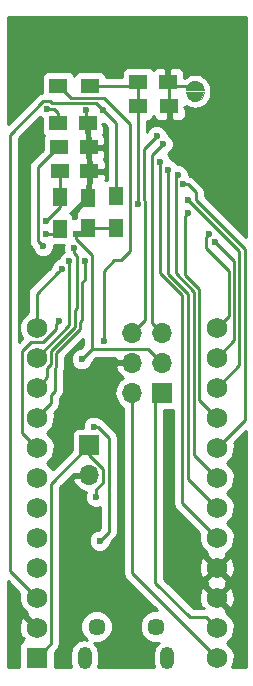
<source format=gbr>
G04 #@! TF.FileFunction,Copper,L2,Bot,Signal*
%FSLAX46Y46*%
G04 Gerber Fmt 4.6, Leading zero omitted, Abs format (unit mm)*
G04 Created by KiCad (PCBNEW 4.0.7) date 09/16/18 04:57:12*
%MOMM*%
%LPD*%
G01*
G04 APERTURE LIST*
%ADD10C,0.100000*%
%ADD11C,0.010000*%
%ADD12R,1.752600X1.752600*%
%ADD13C,1.752600*%
%ADD14R,1.500000X1.250000*%
%ADD15R,1.250000X1.500000*%
%ADD16C,0.400000*%
%ADD17R,1.300000X1.500000*%
%ADD18C,1.450000*%
%ADD19O,1.200000X1.900000*%
%ADD20R,1.700000X1.700000*%
%ADD21O,1.700000X1.700000*%
%ADD22R,1.500000X1.300000*%
%ADD23C,0.600000*%
%ADD24C,0.250000*%
%ADD25C,0.500000*%
%ADD26C,0.254000*%
G04 APERTURE END LIST*
D10*
D11*
G36*
X114251040Y-104288260D02*
X114296240Y-104544760D01*
X114426540Y-104770360D01*
X114626040Y-104937760D01*
X114870840Y-105026860D01*
X115131240Y-105026860D01*
X115376040Y-104937760D01*
X115575540Y-104770360D01*
X115705840Y-104544760D01*
X115751040Y-104288260D01*
X114251040Y-104288260D01*
X114251040Y-104288260D01*
G37*
X114251040Y-104288260D02*
X114296240Y-104544760D01*
X114426540Y-104770360D01*
X114626040Y-104937760D01*
X114870840Y-105026860D01*
X115131240Y-105026860D01*
X115376040Y-104937760D01*
X115575540Y-104770360D01*
X115705840Y-104544760D01*
X115751040Y-104288260D01*
X114251040Y-104288260D01*
G36*
X115751040Y-104088260D02*
X115705840Y-103831760D01*
X115575540Y-103606160D01*
X115376040Y-103438760D01*
X115131240Y-103349660D01*
X114870840Y-103349660D01*
X114626040Y-103438760D01*
X114426540Y-103606160D01*
X114296240Y-103831760D01*
X114251040Y-104088260D01*
X115751040Y-104088260D01*
X115751040Y-104088260D01*
G37*
X115751040Y-104088260D02*
X115705840Y-103831760D01*
X115575540Y-103606160D01*
X115376040Y-103438760D01*
X115131240Y-103349660D01*
X114870840Y-103349660D01*
X114626040Y-103438760D01*
X114426540Y-103606160D01*
X114296240Y-103831760D01*
X114251040Y-104088260D01*
X115751040Y-104088260D01*
D12*
X101600000Y-152146000D03*
D13*
X101600000Y-149606000D03*
X101600000Y-147066000D03*
X101600000Y-144526000D03*
X101600000Y-141986000D03*
X101600000Y-139446000D03*
X101600000Y-136906000D03*
X101600000Y-134366000D03*
X101600000Y-131826000D03*
X101600000Y-129286000D03*
X101600000Y-126746000D03*
X101600000Y-124206000D03*
X116840000Y-124206000D03*
X116840000Y-126746000D03*
X116840000Y-129286000D03*
X116840000Y-131826000D03*
X116840000Y-134366000D03*
X116840000Y-136906000D03*
X116840000Y-139446000D03*
X116840000Y-141986000D03*
X116840000Y-144526000D03*
X116840000Y-147066000D03*
X116840000Y-149606000D03*
X116840000Y-152146000D03*
D14*
X103494200Y-108930440D03*
X105994200Y-108930440D03*
X103547540Y-110964980D03*
X106047540Y-110964980D03*
D15*
X105976420Y-115740180D03*
X105976420Y-113240180D03*
D16*
X115001040Y-103738260D03*
X115001040Y-104638260D03*
X115001040Y-104638260D03*
X115001040Y-103738260D03*
D17*
X103538020Y-113140500D03*
X103538020Y-115840500D03*
X108325921Y-113080821D03*
X108325921Y-115780821D03*
D14*
X103428160Y-106870500D03*
X105928160Y-106870500D03*
D18*
X106669200Y-149508980D03*
X111669200Y-149508980D03*
D19*
X105669200Y-152208980D03*
X112669200Y-152208980D03*
D20*
X106072940Y-134167880D03*
D21*
X106072940Y-136707880D03*
D20*
X112229900Y-129715260D03*
D21*
X109689900Y-129715260D03*
X112229900Y-127175260D03*
X109689900Y-127175260D03*
X112229900Y-124635260D03*
X109689900Y-124635260D03*
D14*
X110199800Y-103388160D03*
X112699800Y-103388160D03*
D22*
X103430080Y-103756460D03*
X106130080Y-103756460D03*
X110144580Y-105417620D03*
X112844580Y-105417620D03*
D23*
X109982000Y-147955000D03*
X105410000Y-147955000D03*
X104815640Y-114808000D03*
X105775760Y-105806484D03*
X101036120Y-120291860D03*
X103124000Y-100076000D03*
X102362000Y-100076000D03*
X109474000Y-100076000D03*
X116078000Y-100076000D03*
X116078000Y-98806000D03*
X109474000Y-98806000D03*
X103124000Y-98806000D03*
X102362000Y-98806000D03*
X102351840Y-115133120D03*
X102144164Y-117310340D03*
X105410000Y-126873000D03*
X104889300Y-116235480D03*
X111757460Y-108003340D03*
X107246420Y-105791000D03*
X112274185Y-108658339D03*
X102402640Y-116265960D03*
X105671708Y-118579336D03*
X103740379Y-119196281D03*
X103525320Y-123639580D03*
X104365728Y-118588588D03*
X104800436Y-117495334D03*
X116682210Y-116926346D03*
X116220410Y-116273078D03*
X112024560Y-110153001D03*
X112760760Y-110881160D03*
X113570969Y-111272954D03*
X113988612Y-112063856D03*
X114438623Y-114513360D03*
X114438623Y-113392642D03*
X102486460Y-105666540D03*
X106426000Y-132588000D03*
X106934000Y-142240000D03*
X106608989Y-138504447D03*
X107294680Y-125310900D03*
X110149810Y-113746280D03*
D24*
X105410000Y-147955000D02*
X109982000Y-147955000D01*
D25*
X104815640Y-114808000D02*
X104815640Y-114400960D01*
X104815640Y-114400960D02*
X105976420Y-113240180D01*
D24*
X105775760Y-105806484D02*
X105775760Y-106718100D01*
X105775760Y-106718100D02*
X105928160Y-106870500D01*
X115001040Y-103738260D02*
X113049900Y-103738260D01*
X113049900Y-103738260D02*
X112699800Y-103388160D01*
X112844580Y-105417620D02*
X112844580Y-103532940D01*
X112844580Y-103532940D02*
X112699800Y-103388160D01*
X109689900Y-126771300D02*
X109689900Y-127175260D01*
X105994200Y-108930440D02*
X105994200Y-106936540D01*
X105994200Y-106936540D02*
X105928160Y-106870500D01*
X106047540Y-110964980D02*
X106047540Y-108983780D01*
X106047540Y-108983780D02*
X105994200Y-108930440D01*
X105976420Y-113240180D02*
X105976420Y-111036100D01*
X105976420Y-111036100D02*
X106047540Y-110964980D01*
X102362000Y-100076000D02*
X103124000Y-100076000D01*
X116078000Y-100076000D02*
X109474000Y-100076000D01*
X109474000Y-98806000D02*
X116078000Y-98806000D01*
X102362000Y-98806000D02*
X103124000Y-98806000D01*
X103538020Y-113140500D02*
X103538020Y-110974500D01*
X103538020Y-110974500D02*
X103547540Y-110964980D01*
X103538020Y-113040500D02*
X103538020Y-113140500D01*
X103538020Y-113140500D02*
X103538020Y-113946940D01*
X103538020Y-113946940D02*
X102351840Y-115133120D01*
X103494200Y-108930440D02*
X103369200Y-108930440D01*
X101673660Y-116839836D02*
X101844165Y-117010341D01*
X101844165Y-117010341D02*
X102144164Y-117310340D01*
X103369200Y-108930440D02*
X101673660Y-110625980D01*
X101673660Y-110625980D02*
X101673660Y-116839836D01*
X106296709Y-124965708D02*
X106282741Y-124979676D01*
X106282741Y-124979676D02*
X106282741Y-126000259D01*
X106296709Y-118066605D02*
X106296709Y-124965708D01*
X104889300Y-116235480D02*
X104889300Y-116659196D01*
X104889300Y-116659196D02*
X106296709Y-118066605D01*
X112229900Y-127175260D02*
X111054899Y-126000259D01*
X111054899Y-126000259D02*
X106282741Y-126000259D01*
X106282741Y-126000259D02*
X105410000Y-126873000D01*
D25*
X104889300Y-116235480D02*
X105313564Y-116235480D01*
D24*
X105976420Y-115740180D02*
X108285280Y-115740180D01*
X108285280Y-115740180D02*
X108325921Y-115780821D01*
D25*
X104889300Y-116235480D02*
X105481120Y-116235480D01*
X105481120Y-116235480D02*
X105976420Y-115740180D01*
D24*
X110716060Y-109044740D02*
X111457461Y-108303339D01*
X110716060Y-113387526D02*
X110716060Y-109044740D01*
X110774812Y-123550348D02*
X110774812Y-113446278D01*
X109689900Y-124635260D02*
X110774812Y-123550348D01*
X111457461Y-108303339D02*
X111757460Y-108003340D01*
X110774812Y-113446278D02*
X110716060Y-113387526D01*
X106946421Y-105491001D02*
X107246420Y-105791000D01*
X106636892Y-105181472D02*
X106946421Y-105491001D01*
X102880676Y-105181472D02*
X106636892Y-105181472D01*
X102740742Y-105041538D02*
X102880676Y-105181472D01*
X102140738Y-105041538D02*
X102740742Y-105041538D01*
X99319080Y-107863196D02*
X102140738Y-105041538D01*
X99319080Y-144785080D02*
X99319080Y-107863196D01*
X101600000Y-147066000D02*
X99319080Y-144785080D01*
X108325921Y-106870501D02*
X107546419Y-106090999D01*
X108325921Y-113080821D02*
X108325921Y-106870501D01*
X107546419Y-106090999D02*
X107246420Y-105791000D01*
X101600000Y-147066000D02*
X101838340Y-147066000D01*
X112229900Y-124635260D02*
X111379901Y-123785261D01*
X111379901Y-109552623D02*
X111974186Y-108958338D01*
X111974186Y-108958338D02*
X112274185Y-108658339D01*
X111379901Y-123785261D02*
X111379901Y-109552623D01*
X102402640Y-116265960D02*
X103112560Y-116265960D01*
X103112560Y-116265960D02*
X103538020Y-115840500D01*
X101600000Y-131826000D02*
X101600000Y-131803140D01*
X101600000Y-131803140D02*
X102783640Y-130619500D01*
X103121460Y-129542466D02*
X103121460Y-127638877D01*
X102783640Y-130619500D02*
X102783640Y-129880286D01*
X102783640Y-129880286D02*
X103121460Y-129542466D01*
X103251312Y-126367508D02*
X105265749Y-124353072D01*
X103121460Y-127638877D02*
X103251312Y-127509025D01*
X103251312Y-127509025D02*
X103251312Y-126367508D01*
X105265749Y-124353072D02*
X105265749Y-123738109D01*
X105265749Y-123738109D02*
X105458701Y-123545159D01*
X105458701Y-123545159D02*
X105458701Y-120344759D01*
X105458701Y-120344759D02*
X105671708Y-120131752D01*
X105671708Y-120131752D02*
X105671708Y-119003600D01*
X105671708Y-119003600D02*
X105671708Y-118579336D01*
X101854000Y-131826000D02*
X101600000Y-131826000D01*
X103440380Y-119496280D02*
X103740379Y-119196281D01*
X101600000Y-124206000D02*
X101600000Y-121336660D01*
X101600000Y-121336660D02*
X103440380Y-119496280D01*
X116840000Y-149606000D02*
X115963701Y-148729701D01*
X115963701Y-148729701D02*
X114566701Y-148729701D01*
X114566701Y-148729701D02*
X111633000Y-145796000D01*
X111633000Y-145796000D02*
X111633000Y-130048000D01*
X111633000Y-130048000D02*
X111965740Y-129715260D01*
X111965740Y-129715260D02*
X112229900Y-129715260D01*
X109689900Y-129715260D02*
X109689900Y-144995900D01*
X109689900Y-144995900D02*
X116840000Y-152146000D01*
X101600000Y-134366000D02*
X100398699Y-133164699D01*
X100398699Y-133164699D02*
X100398699Y-126169375D01*
X102176625Y-125407301D02*
X103225321Y-124358605D01*
X103225321Y-123939579D02*
X103525320Y-123639580D01*
X100398699Y-126169375D02*
X101160773Y-125407301D01*
X101160773Y-125407301D02*
X102176625Y-125407301D01*
X103225321Y-124358605D02*
X103225321Y-123939579D01*
X101600000Y-126746000D02*
X104365728Y-123980272D01*
X104365728Y-123980272D02*
X104365728Y-119012852D01*
X104365728Y-119012852D02*
X104365728Y-118588588D01*
X101600000Y-129286000D02*
X102476299Y-128409701D01*
X104815738Y-122733831D02*
X105008691Y-122540878D01*
X105008691Y-122540878D02*
X105008691Y-118127853D01*
X104815738Y-124166672D02*
X104815738Y-122733831D01*
X102801301Y-127322625D02*
X102801301Y-126181109D01*
X102801301Y-126181109D02*
X104815738Y-124166672D01*
X102476299Y-128409701D02*
X102476299Y-127647627D01*
X105008691Y-118127853D02*
X104800436Y-117919598D01*
X104800436Y-117919598D02*
X104800436Y-117495334D01*
X102476299Y-127647627D02*
X102801301Y-127322625D01*
X116982209Y-117226345D02*
X116682210Y-116926346D01*
X116840000Y-126746000D02*
X118299207Y-125286793D01*
X118299207Y-118543343D02*
X116982209Y-117226345D01*
X118299207Y-125286793D02*
X118299207Y-118543343D01*
X115920411Y-117494417D02*
X115920411Y-116573077D01*
X117849196Y-123196804D02*
X117849196Y-119423202D01*
X117849196Y-119423202D02*
X115920411Y-117494417D01*
X116840000Y-124206000D02*
X117849196Y-123196804D01*
X115920411Y-116573077D02*
X116220410Y-116273078D01*
X112024560Y-119548040D02*
X112024560Y-110577265D01*
X112024560Y-110577265D02*
X112024560Y-110153001D01*
X116840000Y-141986000D02*
X113934240Y-139080240D01*
X113934240Y-139080240D02*
X113934240Y-121457720D01*
X113934240Y-121457720D02*
X112024560Y-119548040D01*
X112760760Y-111305424D02*
X112760760Y-110881160D01*
X112760760Y-119647829D02*
X112760760Y-111305424D01*
X114445211Y-121332280D02*
X112760760Y-119647829D01*
X114445211Y-137051211D02*
X114445211Y-121332280D01*
X116840000Y-139446000D02*
X114445211Y-137051211D01*
X116840000Y-136906000D02*
X114895222Y-134961222D01*
X113363602Y-111480321D02*
X113570969Y-111272954D01*
X114895222Y-121145880D02*
X113363602Y-119614261D01*
X113363602Y-119614261D02*
X113363602Y-111480321D01*
X114895222Y-134961222D02*
X114895222Y-121145880D01*
X116840000Y-134366000D02*
X119199229Y-132006771D01*
X119199229Y-117516838D02*
X115063624Y-113381233D01*
X119199229Y-132006771D02*
X119199229Y-117516838D01*
X115063624Y-112714604D02*
X114412876Y-112063856D01*
X114412876Y-112063856D02*
X113988612Y-112063856D01*
X115063624Y-113381233D02*
X115063624Y-112714604D01*
X114138624Y-114813359D02*
X114438623Y-114513360D01*
X115345233Y-130331233D02*
X115345233Y-120959480D01*
X114138624Y-119752871D02*
X114138624Y-114813359D01*
X116840000Y-131826000D02*
X115345233Y-130331233D01*
X115345233Y-120959480D02*
X114138624Y-119752871D01*
X116840000Y-129286000D02*
X118749218Y-127376782D01*
X118749218Y-117703237D02*
X114738622Y-113692641D01*
X118749218Y-127376782D02*
X118749218Y-117703237D01*
X114738622Y-113692641D02*
X114438623Y-113392642D01*
X103099200Y-105666540D02*
X102910724Y-105666540D01*
X103428160Y-106870500D02*
X103428160Y-105995500D01*
X102910724Y-105666540D02*
X102486460Y-105666540D01*
X103428160Y-105995500D02*
X103099200Y-105666540D01*
X107697952Y-133507890D02*
X106778062Y-132588000D01*
X106778062Y-132588000D02*
X106426000Y-132588000D01*
X106934000Y-142240000D02*
X107697952Y-141476048D01*
X107697952Y-141476048D02*
X107697952Y-133507890D01*
X106072940Y-134167880D02*
X106052120Y-134167880D01*
X106052120Y-134167880D02*
X102801301Y-137418699D01*
X102801301Y-137418699D02*
X102801301Y-150944699D01*
X102801301Y-150944699D02*
X102362000Y-151384000D01*
X102362000Y-151384000D02*
X101600000Y-152146000D01*
X106072940Y-134968878D02*
X107247941Y-136143879D01*
X106072940Y-134167880D02*
X106072940Y-134968878D01*
X107247941Y-136143879D02*
X107247941Y-137271881D01*
X107247941Y-137271881D02*
X106608989Y-137910833D01*
X106608989Y-137910833D02*
X106608989Y-138080183D01*
X106608989Y-138080183D02*
X106608989Y-138504447D01*
X104505081Y-104731461D02*
X107327341Y-104731461D01*
X108750100Y-118511320D02*
X108155740Y-118511320D01*
X107294680Y-119372380D02*
X107294680Y-124886636D01*
X103530080Y-103756460D02*
X104505081Y-104731461D01*
X107327341Y-104731461D02*
X109524800Y-106928920D01*
X108155740Y-118511320D02*
X107294680Y-119372380D01*
X103430080Y-103756460D02*
X103530080Y-103756460D01*
X109524800Y-117736620D02*
X108750100Y-118511320D01*
X107294680Y-124886636D02*
X107294680Y-125310900D01*
X109524800Y-106928920D02*
X109524800Y-117736620D01*
X110144580Y-113741050D02*
X110149810Y-113746280D01*
X110144580Y-105417620D02*
X110144580Y-113741050D01*
X110144580Y-105417620D02*
X110144580Y-103443380D01*
X110144580Y-103443380D02*
X110199800Y-103388160D01*
X106130080Y-103756460D02*
X109831500Y-103756460D01*
X109831500Y-103756460D02*
X110199800Y-103388160D01*
D26*
G36*
X113174240Y-139080240D02*
X113232092Y-139371079D01*
X113396839Y-139617641D01*
X115368367Y-141589169D01*
X115328963Y-141684065D01*
X115328438Y-142285297D01*
X115558035Y-142840964D01*
X115982800Y-143266471D01*
X116016592Y-143280503D01*
X115956604Y-143462999D01*
X116840000Y-144346395D01*
X117723396Y-143462999D01*
X117663553Y-143280944D01*
X117694964Y-143267965D01*
X118120471Y-142843200D01*
X118351037Y-142287935D01*
X118351562Y-141686703D01*
X118121965Y-141131036D01*
X117707302Y-140715649D01*
X118120471Y-140303200D01*
X118351037Y-139747935D01*
X118351562Y-139146703D01*
X118121965Y-138591036D01*
X117707302Y-138175649D01*
X118120471Y-137763200D01*
X118351037Y-137207935D01*
X118351562Y-136606703D01*
X118121965Y-136051036D01*
X117707302Y-135635649D01*
X118120471Y-135223200D01*
X118351037Y-134667935D01*
X118351562Y-134066703D01*
X118311370Y-133969432D01*
X119305000Y-132975802D01*
X119305000Y-152960000D01*
X118138409Y-152960000D01*
X118351037Y-152447935D01*
X118351562Y-151846703D01*
X118121965Y-151291036D01*
X117707302Y-150875649D01*
X118120471Y-150463200D01*
X118351037Y-149907935D01*
X118351562Y-149306703D01*
X118121965Y-148751036D01*
X117697200Y-148325529D01*
X117663408Y-148311497D01*
X117723396Y-148129001D01*
X116840000Y-147245605D01*
X116825858Y-147259748D01*
X116646253Y-147080143D01*
X116660395Y-147066000D01*
X117019605Y-147066000D01*
X117903001Y-147949396D01*
X118157027Y-147865896D01*
X118362882Y-147301003D01*
X118336891Y-146700332D01*
X118157027Y-146266104D01*
X117903001Y-146182604D01*
X117019605Y-147066000D01*
X116660395Y-147066000D01*
X115776999Y-146182604D01*
X115522973Y-146266104D01*
X115317118Y-146830997D01*
X115343109Y-147431668D01*
X115522973Y-147865896D01*
X115776997Y-147949395D01*
X115756691Y-147969701D01*
X114881503Y-147969701D01*
X112500803Y-145589001D01*
X115956604Y-145589001D01*
X116024646Y-145796000D01*
X115956604Y-146002999D01*
X116840000Y-146886395D01*
X117723396Y-146002999D01*
X117655354Y-145796000D01*
X117723396Y-145589001D01*
X116840000Y-144705605D01*
X115956604Y-145589001D01*
X112500803Y-145589001D01*
X112393000Y-145481198D01*
X112393000Y-144290997D01*
X115317118Y-144290997D01*
X115343109Y-144891668D01*
X115522973Y-145325896D01*
X115776999Y-145409396D01*
X116660395Y-144526000D01*
X117019605Y-144526000D01*
X117903001Y-145409396D01*
X118157027Y-145325896D01*
X118362882Y-144761003D01*
X118336891Y-144160332D01*
X118157027Y-143726104D01*
X117903001Y-143642604D01*
X117019605Y-144526000D01*
X116660395Y-144526000D01*
X115776999Y-143642604D01*
X115522973Y-143726104D01*
X115317118Y-144290997D01*
X112393000Y-144290997D01*
X112393000Y-131212700D01*
X113079900Y-131212700D01*
X113174240Y-131194949D01*
X113174240Y-139080240D01*
X113174240Y-139080240D01*
G37*
X113174240Y-139080240D02*
X113232092Y-139371079D01*
X113396839Y-139617641D01*
X115368367Y-141589169D01*
X115328963Y-141684065D01*
X115328438Y-142285297D01*
X115558035Y-142840964D01*
X115982800Y-143266471D01*
X116016592Y-143280503D01*
X115956604Y-143462999D01*
X116840000Y-144346395D01*
X117723396Y-143462999D01*
X117663553Y-143280944D01*
X117694964Y-143267965D01*
X118120471Y-142843200D01*
X118351037Y-142287935D01*
X118351562Y-141686703D01*
X118121965Y-141131036D01*
X117707302Y-140715649D01*
X118120471Y-140303200D01*
X118351037Y-139747935D01*
X118351562Y-139146703D01*
X118121965Y-138591036D01*
X117707302Y-138175649D01*
X118120471Y-137763200D01*
X118351037Y-137207935D01*
X118351562Y-136606703D01*
X118121965Y-136051036D01*
X117707302Y-135635649D01*
X118120471Y-135223200D01*
X118351037Y-134667935D01*
X118351562Y-134066703D01*
X118311370Y-133969432D01*
X119305000Y-132975802D01*
X119305000Y-152960000D01*
X118138409Y-152960000D01*
X118351037Y-152447935D01*
X118351562Y-151846703D01*
X118121965Y-151291036D01*
X117707302Y-150875649D01*
X118120471Y-150463200D01*
X118351037Y-149907935D01*
X118351562Y-149306703D01*
X118121965Y-148751036D01*
X117697200Y-148325529D01*
X117663408Y-148311497D01*
X117723396Y-148129001D01*
X116840000Y-147245605D01*
X116825858Y-147259748D01*
X116646253Y-147080143D01*
X116660395Y-147066000D01*
X117019605Y-147066000D01*
X117903001Y-147949396D01*
X118157027Y-147865896D01*
X118362882Y-147301003D01*
X118336891Y-146700332D01*
X118157027Y-146266104D01*
X117903001Y-146182604D01*
X117019605Y-147066000D01*
X116660395Y-147066000D01*
X115776999Y-146182604D01*
X115522973Y-146266104D01*
X115317118Y-146830997D01*
X115343109Y-147431668D01*
X115522973Y-147865896D01*
X115776997Y-147949395D01*
X115756691Y-147969701D01*
X114881503Y-147969701D01*
X112500803Y-145589001D01*
X115956604Y-145589001D01*
X116024646Y-145796000D01*
X115956604Y-146002999D01*
X116840000Y-146886395D01*
X117723396Y-146002999D01*
X117655354Y-145796000D01*
X117723396Y-145589001D01*
X116840000Y-144705605D01*
X115956604Y-145589001D01*
X112500803Y-145589001D01*
X112393000Y-145481198D01*
X112393000Y-144290997D01*
X115317118Y-144290997D01*
X115343109Y-144891668D01*
X115522973Y-145325896D01*
X115776999Y-145409396D01*
X116660395Y-144526000D01*
X117019605Y-144526000D01*
X117903001Y-145409396D01*
X118157027Y-145325896D01*
X118362882Y-144761003D01*
X118336891Y-144160332D01*
X118157027Y-143726104D01*
X117903001Y-143642604D01*
X117019605Y-144526000D01*
X116660395Y-144526000D01*
X115776999Y-143642604D01*
X115522973Y-143726104D01*
X115317118Y-144290997D01*
X112393000Y-144290997D01*
X112393000Y-131212700D01*
X113079900Y-131212700D01*
X113174240Y-131194949D01*
X113174240Y-139080240D01*
G36*
X105522741Y-125685457D02*
X105270320Y-125937878D01*
X105224833Y-125937838D01*
X104881057Y-126079883D01*
X104617808Y-126342673D01*
X104475162Y-126686201D01*
X104474838Y-127058167D01*
X104616883Y-127401943D01*
X104879673Y-127665192D01*
X105223201Y-127807838D01*
X105595167Y-127808162D01*
X105938943Y-127666117D01*
X106202192Y-127403327D01*
X106344838Y-127059799D01*
X106344879Y-127012923D01*
X106597543Y-126760259D01*
X108272493Y-126760259D01*
X108248424Y-126818370D01*
X108369745Y-127048260D01*
X109562900Y-127048260D01*
X109562900Y-127028260D01*
X109816900Y-127028260D01*
X109816900Y-127048260D01*
X109836900Y-127048260D01*
X109836900Y-127302260D01*
X109816900Y-127302260D01*
X109816900Y-127322260D01*
X109562900Y-127322260D01*
X109562900Y-127302260D01*
X108369745Y-127302260D01*
X108248424Y-127532150D01*
X108418255Y-127942184D01*
X108808542Y-128370443D01*
X108951453Y-128437558D01*
X108610753Y-128665206D01*
X108288846Y-129146975D01*
X108175807Y-129715260D01*
X108288846Y-130283545D01*
X108610753Y-130765314D01*
X108929900Y-130978561D01*
X108929900Y-144995900D01*
X108987752Y-145286739D01*
X109152499Y-145533301D01*
X111768264Y-148149066D01*
X111399866Y-148148744D01*
X110899828Y-148355356D01*
X110516920Y-148737596D01*
X110309437Y-149237272D01*
X110308964Y-149778314D01*
X110515576Y-150278352D01*
X110897816Y-150661260D01*
X111397492Y-150868743D01*
X111923805Y-150869203D01*
X111795923Y-150954651D01*
X111528209Y-151355314D01*
X111434200Y-151827928D01*
X111434200Y-152590032D01*
X111507791Y-152960000D01*
X106830609Y-152960000D01*
X106904200Y-152590032D01*
X106904200Y-151827928D01*
X106810191Y-151355314D01*
X106542477Y-150954651D01*
X106413928Y-150868757D01*
X106938534Y-150869216D01*
X107438572Y-150662604D01*
X107821480Y-150280364D01*
X108028963Y-149780688D01*
X108029436Y-149239646D01*
X107822824Y-148739608D01*
X107440584Y-148356700D01*
X106940908Y-148149217D01*
X106399866Y-148148744D01*
X105899828Y-148355356D01*
X105516920Y-148737596D01*
X105309437Y-149237272D01*
X105308964Y-149778314D01*
X105515576Y-150278352D01*
X105869345Y-150632739D01*
X105669200Y-150592928D01*
X105196586Y-150686937D01*
X104795923Y-150954651D01*
X104528209Y-151355314D01*
X104434200Y-151827928D01*
X104434200Y-152590032D01*
X104507791Y-152960000D01*
X103123740Y-152960000D01*
X103123740Y-151697062D01*
X103338702Y-151482100D01*
X103503449Y-151235539D01*
X103526916Y-151117562D01*
X103561301Y-150944699D01*
X103561301Y-137733501D01*
X104739360Y-136555442D01*
X104752785Y-136580880D01*
X105945940Y-136580880D01*
X105945940Y-136560880D01*
X106199940Y-136560880D01*
X106199940Y-136580880D01*
X106219940Y-136580880D01*
X106219940Y-136834880D01*
X106199940Y-136834880D01*
X106199940Y-136854880D01*
X105945940Y-136854880D01*
X105945940Y-136834880D01*
X104752785Y-136834880D01*
X104631464Y-137064770D01*
X104801295Y-137474804D01*
X105191582Y-137903063D01*
X105716048Y-138149366D01*
X105751826Y-138130587D01*
X105674151Y-138317648D01*
X105673827Y-138689614D01*
X105815872Y-139033390D01*
X106078662Y-139296639D01*
X106422190Y-139439285D01*
X106794156Y-139439609D01*
X106937952Y-139380194D01*
X106937952Y-141161246D01*
X106794320Y-141304878D01*
X106748833Y-141304838D01*
X106405057Y-141446883D01*
X106141808Y-141709673D01*
X105999162Y-142053201D01*
X105998838Y-142425167D01*
X106140883Y-142768943D01*
X106403673Y-143032192D01*
X106747201Y-143174838D01*
X107119167Y-143175162D01*
X107462943Y-143033117D01*
X107726192Y-142770327D01*
X107868838Y-142426799D01*
X107868879Y-142379923D01*
X108235353Y-142013449D01*
X108400100Y-141766888D01*
X108457952Y-141476048D01*
X108457952Y-133507890D01*
X108400100Y-133217051D01*
X108235353Y-132970489D01*
X107315463Y-132050599D01*
X107068901Y-131885852D01*
X107040593Y-131880221D01*
X106956327Y-131795808D01*
X106612799Y-131653162D01*
X106240833Y-131652838D01*
X105897057Y-131794883D01*
X105633808Y-132057673D01*
X105491162Y-132401201D01*
X105490927Y-132670440D01*
X105222940Y-132670440D01*
X104987623Y-132714718D01*
X104771499Y-132853790D01*
X104626509Y-133065990D01*
X104575500Y-133317880D01*
X104575500Y-134569698D01*
X102944008Y-136201190D01*
X102881965Y-136051036D01*
X102467302Y-135635649D01*
X102880471Y-135223200D01*
X103111037Y-134667935D01*
X103111562Y-134066703D01*
X102881965Y-133511036D01*
X102467302Y-133095649D01*
X102880471Y-132683200D01*
X103111037Y-132127935D01*
X103111562Y-131526703D01*
X103064686Y-131413256D01*
X103321041Y-131156901D01*
X103485788Y-130910339D01*
X103543640Y-130619500D01*
X103543640Y-130195088D01*
X103658861Y-130079867D01*
X103823608Y-129833305D01*
X103881460Y-129542466D01*
X103881460Y-127907620D01*
X103953460Y-127799865D01*
X103980248Y-127665192D01*
X104011312Y-127509025D01*
X104011312Y-126682310D01*
X105522741Y-125170883D01*
X105522741Y-125685457D01*
X105522741Y-125685457D01*
G37*
X105522741Y-125685457D02*
X105270320Y-125937878D01*
X105224833Y-125937838D01*
X104881057Y-126079883D01*
X104617808Y-126342673D01*
X104475162Y-126686201D01*
X104474838Y-127058167D01*
X104616883Y-127401943D01*
X104879673Y-127665192D01*
X105223201Y-127807838D01*
X105595167Y-127808162D01*
X105938943Y-127666117D01*
X106202192Y-127403327D01*
X106344838Y-127059799D01*
X106344879Y-127012923D01*
X106597543Y-126760259D01*
X108272493Y-126760259D01*
X108248424Y-126818370D01*
X108369745Y-127048260D01*
X109562900Y-127048260D01*
X109562900Y-127028260D01*
X109816900Y-127028260D01*
X109816900Y-127048260D01*
X109836900Y-127048260D01*
X109836900Y-127302260D01*
X109816900Y-127302260D01*
X109816900Y-127322260D01*
X109562900Y-127322260D01*
X109562900Y-127302260D01*
X108369745Y-127302260D01*
X108248424Y-127532150D01*
X108418255Y-127942184D01*
X108808542Y-128370443D01*
X108951453Y-128437558D01*
X108610753Y-128665206D01*
X108288846Y-129146975D01*
X108175807Y-129715260D01*
X108288846Y-130283545D01*
X108610753Y-130765314D01*
X108929900Y-130978561D01*
X108929900Y-144995900D01*
X108987752Y-145286739D01*
X109152499Y-145533301D01*
X111768264Y-148149066D01*
X111399866Y-148148744D01*
X110899828Y-148355356D01*
X110516920Y-148737596D01*
X110309437Y-149237272D01*
X110308964Y-149778314D01*
X110515576Y-150278352D01*
X110897816Y-150661260D01*
X111397492Y-150868743D01*
X111923805Y-150869203D01*
X111795923Y-150954651D01*
X111528209Y-151355314D01*
X111434200Y-151827928D01*
X111434200Y-152590032D01*
X111507791Y-152960000D01*
X106830609Y-152960000D01*
X106904200Y-152590032D01*
X106904200Y-151827928D01*
X106810191Y-151355314D01*
X106542477Y-150954651D01*
X106413928Y-150868757D01*
X106938534Y-150869216D01*
X107438572Y-150662604D01*
X107821480Y-150280364D01*
X108028963Y-149780688D01*
X108029436Y-149239646D01*
X107822824Y-148739608D01*
X107440584Y-148356700D01*
X106940908Y-148149217D01*
X106399866Y-148148744D01*
X105899828Y-148355356D01*
X105516920Y-148737596D01*
X105309437Y-149237272D01*
X105308964Y-149778314D01*
X105515576Y-150278352D01*
X105869345Y-150632739D01*
X105669200Y-150592928D01*
X105196586Y-150686937D01*
X104795923Y-150954651D01*
X104528209Y-151355314D01*
X104434200Y-151827928D01*
X104434200Y-152590032D01*
X104507791Y-152960000D01*
X103123740Y-152960000D01*
X103123740Y-151697062D01*
X103338702Y-151482100D01*
X103503449Y-151235539D01*
X103526916Y-151117562D01*
X103561301Y-150944699D01*
X103561301Y-137733501D01*
X104739360Y-136555442D01*
X104752785Y-136580880D01*
X105945940Y-136580880D01*
X105945940Y-136560880D01*
X106199940Y-136560880D01*
X106199940Y-136580880D01*
X106219940Y-136580880D01*
X106219940Y-136834880D01*
X106199940Y-136834880D01*
X106199940Y-136854880D01*
X105945940Y-136854880D01*
X105945940Y-136834880D01*
X104752785Y-136834880D01*
X104631464Y-137064770D01*
X104801295Y-137474804D01*
X105191582Y-137903063D01*
X105716048Y-138149366D01*
X105751826Y-138130587D01*
X105674151Y-138317648D01*
X105673827Y-138689614D01*
X105815872Y-139033390D01*
X106078662Y-139296639D01*
X106422190Y-139439285D01*
X106794156Y-139439609D01*
X106937952Y-139380194D01*
X106937952Y-141161246D01*
X106794320Y-141304878D01*
X106748833Y-141304838D01*
X106405057Y-141446883D01*
X106141808Y-141709673D01*
X105999162Y-142053201D01*
X105998838Y-142425167D01*
X106140883Y-142768943D01*
X106403673Y-143032192D01*
X106747201Y-143174838D01*
X107119167Y-143175162D01*
X107462943Y-143033117D01*
X107726192Y-142770327D01*
X107868838Y-142426799D01*
X107868879Y-142379923D01*
X108235353Y-142013449D01*
X108400100Y-141766888D01*
X108457952Y-141476048D01*
X108457952Y-133507890D01*
X108400100Y-133217051D01*
X108235353Y-132970489D01*
X107315463Y-132050599D01*
X107068901Y-131885852D01*
X107040593Y-131880221D01*
X106956327Y-131795808D01*
X106612799Y-131653162D01*
X106240833Y-131652838D01*
X105897057Y-131794883D01*
X105633808Y-132057673D01*
X105491162Y-132401201D01*
X105490927Y-132670440D01*
X105222940Y-132670440D01*
X104987623Y-132714718D01*
X104771499Y-132853790D01*
X104626509Y-133065990D01*
X104575500Y-133317880D01*
X104575500Y-134569698D01*
X102944008Y-136201190D01*
X102881965Y-136051036D01*
X102467302Y-135635649D01*
X102880471Y-135223200D01*
X103111037Y-134667935D01*
X103111562Y-134066703D01*
X102881965Y-133511036D01*
X102467302Y-133095649D01*
X102880471Y-132683200D01*
X103111037Y-132127935D01*
X103111562Y-131526703D01*
X103064686Y-131413256D01*
X103321041Y-131156901D01*
X103485788Y-130910339D01*
X103543640Y-130619500D01*
X103543640Y-130195088D01*
X103658861Y-130079867D01*
X103823608Y-129833305D01*
X103881460Y-129542466D01*
X103881460Y-127907620D01*
X103953460Y-127799865D01*
X103980248Y-127665192D01*
X104011312Y-127509025D01*
X104011312Y-126682310D01*
X105522741Y-125170883D01*
X105522741Y-125685457D01*
G36*
X100128367Y-146669169D02*
X100088963Y-146764065D01*
X100088438Y-147365297D01*
X100318035Y-147920964D01*
X100742800Y-148346471D01*
X100776592Y-148360503D01*
X100716604Y-148542999D01*
X101600000Y-149426395D01*
X101614143Y-149412253D01*
X101793748Y-149591858D01*
X101779605Y-149606000D01*
X101793748Y-149620143D01*
X101614143Y-149799748D01*
X101600000Y-149785605D01*
X101585858Y-149799748D01*
X101406253Y-149620143D01*
X101420395Y-149606000D01*
X100536999Y-148722604D01*
X100282973Y-148806104D01*
X100077118Y-149370997D01*
X100103109Y-149971668D01*
X100282973Y-150405896D01*
X100536997Y-150489395D01*
X100422369Y-150604023D01*
X100486254Y-150667908D01*
X100272259Y-150805610D01*
X100127269Y-151017810D01*
X100076260Y-151269700D01*
X100076260Y-152960000D01*
X99135000Y-152960000D01*
X99135000Y-145675802D01*
X100128367Y-146669169D01*
X100128367Y-146669169D01*
G37*
X100128367Y-146669169D02*
X100088963Y-146764065D01*
X100088438Y-147365297D01*
X100318035Y-147920964D01*
X100742800Y-148346471D01*
X100776592Y-148360503D01*
X100716604Y-148542999D01*
X101600000Y-149426395D01*
X101614143Y-149412253D01*
X101793748Y-149591858D01*
X101779605Y-149606000D01*
X101793748Y-149620143D01*
X101614143Y-149799748D01*
X101600000Y-149785605D01*
X101585858Y-149799748D01*
X101406253Y-149620143D01*
X101420395Y-149606000D01*
X100536999Y-148722604D01*
X100282973Y-148806104D01*
X100077118Y-149370997D01*
X100103109Y-149971668D01*
X100282973Y-150405896D01*
X100536997Y-150489395D01*
X100422369Y-150604023D01*
X100486254Y-150667908D01*
X100272259Y-150805610D01*
X100127269Y-151017810D01*
X100076260Y-151269700D01*
X100076260Y-152960000D01*
X99135000Y-152960000D01*
X99135000Y-145675802D01*
X100128367Y-146669169D01*
G36*
X101956133Y-106458732D02*
X102030720Y-106489703D01*
X102030720Y-107495500D01*
X102074998Y-107730817D01*
X102214070Y-107946941D01*
X102218530Y-107949988D01*
X102147769Y-108053550D01*
X102096760Y-108305440D01*
X102096760Y-109128078D01*
X101136259Y-110088579D01*
X100971512Y-110335141D01*
X100913660Y-110625980D01*
X100913660Y-116839836D01*
X100971512Y-117130675D01*
X101136259Y-117377237D01*
X101209042Y-117450020D01*
X101209002Y-117495507D01*
X101351047Y-117839283D01*
X101613837Y-118102532D01*
X101957365Y-118245178D01*
X102329331Y-118245502D01*
X102673107Y-118103457D01*
X102936356Y-117840667D01*
X103079002Y-117497139D01*
X103079228Y-117237940D01*
X103894912Y-117237940D01*
X103865598Y-117308535D01*
X103865274Y-117680501D01*
X103901696Y-117768650D01*
X103836785Y-117795471D01*
X103573536Y-118058261D01*
X103475651Y-118293993D01*
X103211436Y-118403164D01*
X102948187Y-118665954D01*
X102805541Y-119009482D01*
X102805500Y-119056358D01*
X101062599Y-120799259D01*
X100897852Y-121045821D01*
X100840000Y-121336660D01*
X100840000Y-122884797D01*
X100745036Y-122924035D01*
X100319529Y-123348800D01*
X100088963Y-123904065D01*
X100088438Y-124505297D01*
X100318035Y-125060964D01*
X100375122Y-125118150D01*
X100079080Y-125414192D01*
X100079080Y-108177998D01*
X101877308Y-106379770D01*
X101956133Y-106458732D01*
X101956133Y-106458732D01*
G37*
X101956133Y-106458732D02*
X102030720Y-106489703D01*
X102030720Y-107495500D01*
X102074998Y-107730817D01*
X102214070Y-107946941D01*
X102218530Y-107949988D01*
X102147769Y-108053550D01*
X102096760Y-108305440D01*
X102096760Y-109128078D01*
X101136259Y-110088579D01*
X100971512Y-110335141D01*
X100913660Y-110625980D01*
X100913660Y-116839836D01*
X100971512Y-117130675D01*
X101136259Y-117377237D01*
X101209042Y-117450020D01*
X101209002Y-117495507D01*
X101351047Y-117839283D01*
X101613837Y-118102532D01*
X101957365Y-118245178D01*
X102329331Y-118245502D01*
X102673107Y-118103457D01*
X102936356Y-117840667D01*
X103079002Y-117497139D01*
X103079228Y-117237940D01*
X103894912Y-117237940D01*
X103865598Y-117308535D01*
X103865274Y-117680501D01*
X103901696Y-117768650D01*
X103836785Y-117795471D01*
X103573536Y-118058261D01*
X103475651Y-118293993D01*
X103211436Y-118403164D01*
X102948187Y-118665954D01*
X102805541Y-119009482D01*
X102805500Y-119056358D01*
X101062599Y-120799259D01*
X100897852Y-121045821D01*
X100840000Y-121336660D01*
X100840000Y-122884797D01*
X100745036Y-122924035D01*
X100319529Y-123348800D01*
X100088963Y-123904065D01*
X100088438Y-124505297D01*
X100318035Y-125060964D01*
X100375122Y-125118150D01*
X100079080Y-125414192D01*
X100079080Y-108177998D01*
X101877308Y-106379770D01*
X101956133Y-106458732D01*
G36*
X119305000Y-116547807D02*
X115823624Y-113066431D01*
X115823624Y-112714604D01*
X115765772Y-112423765D01*
X115601025Y-112177203D01*
X114950277Y-111526455D01*
X114703715Y-111361708D01*
X114585316Y-111338157D01*
X114518939Y-111271664D01*
X114505976Y-111266281D01*
X114506131Y-111087787D01*
X114364086Y-110744011D01*
X114101296Y-110480762D01*
X113757768Y-110338116D01*
X113539611Y-110337926D01*
X113291087Y-110088968D01*
X112951512Y-109947963D01*
X112817677Y-109624058D01*
X112691443Y-109497603D01*
X112803128Y-109451456D01*
X113066377Y-109188666D01*
X113209023Y-108845138D01*
X113209347Y-108473172D01*
X113067302Y-108129396D01*
X112804512Y-107866147D01*
X112692621Y-107819685D01*
X112692622Y-107818173D01*
X112550577Y-107474397D01*
X112287787Y-107211148D01*
X111944259Y-107068502D01*
X111572293Y-107068178D01*
X111228517Y-107210223D01*
X110965268Y-107473013D01*
X110904580Y-107619165D01*
X110904580Y-106713178D01*
X111129897Y-106670782D01*
X111346021Y-106531710D01*
X111491011Y-106319510D01*
X111497771Y-106286130D01*
X111556253Y-106427319D01*
X111734882Y-106605947D01*
X111968271Y-106702620D01*
X112558830Y-106702620D01*
X112717580Y-106543870D01*
X112717580Y-105544620D01*
X112697580Y-105544620D01*
X112697580Y-105290620D01*
X112717580Y-105290620D01*
X112717580Y-105270620D01*
X112971580Y-105270620D01*
X112971580Y-105290620D01*
X112991580Y-105290620D01*
X112991580Y-105544620D01*
X112971580Y-105544620D01*
X112971580Y-106543870D01*
X113130330Y-106702620D01*
X113720889Y-106702620D01*
X113954278Y-106605947D01*
X114132907Y-106427319D01*
X114229580Y-106193930D01*
X114229580Y-105703370D01*
X114070832Y-105544622D01*
X114229580Y-105544622D01*
X114229580Y-105436216D01*
X114312109Y-105481493D01*
X114407147Y-105539163D01*
X114651947Y-105628263D01*
X114761813Y-105645173D01*
X114870840Y-105666860D01*
X115131240Y-105666860D01*
X115240267Y-105645173D01*
X115350133Y-105628263D01*
X115594933Y-105539163D01*
X115689966Y-105481496D01*
X115787424Y-105428029D01*
X115986924Y-105260629D01*
X116056476Y-105173969D01*
X116129743Y-105090452D01*
X116260043Y-104864852D01*
X116295819Y-104759517D01*
X116336129Y-104655828D01*
X116381329Y-104399328D01*
X116380100Y-104343261D01*
X116391040Y-104288260D01*
X116377389Y-104219631D01*
X116376701Y-104188260D01*
X116377389Y-104156889D01*
X116391040Y-104088260D01*
X116380100Y-104033259D01*
X116381329Y-103977192D01*
X116336129Y-103720692D01*
X116295819Y-103617003D01*
X116260043Y-103511668D01*
X116129743Y-103286068D01*
X116056476Y-103202551D01*
X115986924Y-103115891D01*
X115787424Y-102948491D01*
X115689966Y-102895024D01*
X115594933Y-102837357D01*
X115350133Y-102748257D01*
X115240267Y-102731347D01*
X115131240Y-102709660D01*
X114870840Y-102709660D01*
X114761813Y-102731347D01*
X114651947Y-102748257D01*
X114407147Y-102837357D01*
X114312109Y-102895027D01*
X114214657Y-102948491D01*
X114084800Y-103057453D01*
X114084800Y-102636850D01*
X113988127Y-102403461D01*
X113809498Y-102224833D01*
X113576109Y-102128160D01*
X112985550Y-102128160D01*
X112826800Y-102286910D01*
X112826800Y-103261160D01*
X112846800Y-103261160D01*
X112846800Y-103515160D01*
X112826800Y-103515160D01*
X112826800Y-103535160D01*
X112572800Y-103535160D01*
X112572800Y-103515160D01*
X112552800Y-103515160D01*
X112552800Y-103261160D01*
X112572800Y-103261160D01*
X112572800Y-102286910D01*
X112414050Y-102128160D01*
X111823491Y-102128160D01*
X111590102Y-102224833D01*
X111448864Y-102366070D01*
X111413890Y-102311719D01*
X111201690Y-102166729D01*
X110949800Y-102115720D01*
X109449800Y-102115720D01*
X109214483Y-102159998D01*
X108998359Y-102299070D01*
X108853369Y-102511270D01*
X108802360Y-102763160D01*
X108802360Y-102996460D01*
X107506822Y-102996460D01*
X107483242Y-102871143D01*
X107344170Y-102655019D01*
X107131970Y-102510029D01*
X106880080Y-102459020D01*
X105380080Y-102459020D01*
X105144763Y-102503298D01*
X104928639Y-102642370D01*
X104783649Y-102854570D01*
X104780999Y-102867657D01*
X104644170Y-102655019D01*
X104431970Y-102510029D01*
X104180080Y-102459020D01*
X102680080Y-102459020D01*
X102444763Y-102503298D01*
X102228639Y-102642370D01*
X102083649Y-102854570D01*
X102032640Y-103106460D01*
X102032640Y-104303040D01*
X101849899Y-104339390D01*
X101603337Y-104504137D01*
X99135000Y-106972474D01*
X99135000Y-97917000D01*
X119305000Y-97917000D01*
X119305000Y-116547807D01*
X119305000Y-116547807D01*
G37*
X119305000Y-116547807D02*
X115823624Y-113066431D01*
X115823624Y-112714604D01*
X115765772Y-112423765D01*
X115601025Y-112177203D01*
X114950277Y-111526455D01*
X114703715Y-111361708D01*
X114585316Y-111338157D01*
X114518939Y-111271664D01*
X114505976Y-111266281D01*
X114506131Y-111087787D01*
X114364086Y-110744011D01*
X114101296Y-110480762D01*
X113757768Y-110338116D01*
X113539611Y-110337926D01*
X113291087Y-110088968D01*
X112951512Y-109947963D01*
X112817677Y-109624058D01*
X112691443Y-109497603D01*
X112803128Y-109451456D01*
X113066377Y-109188666D01*
X113209023Y-108845138D01*
X113209347Y-108473172D01*
X113067302Y-108129396D01*
X112804512Y-107866147D01*
X112692621Y-107819685D01*
X112692622Y-107818173D01*
X112550577Y-107474397D01*
X112287787Y-107211148D01*
X111944259Y-107068502D01*
X111572293Y-107068178D01*
X111228517Y-107210223D01*
X110965268Y-107473013D01*
X110904580Y-107619165D01*
X110904580Y-106713178D01*
X111129897Y-106670782D01*
X111346021Y-106531710D01*
X111491011Y-106319510D01*
X111497771Y-106286130D01*
X111556253Y-106427319D01*
X111734882Y-106605947D01*
X111968271Y-106702620D01*
X112558830Y-106702620D01*
X112717580Y-106543870D01*
X112717580Y-105544620D01*
X112697580Y-105544620D01*
X112697580Y-105290620D01*
X112717580Y-105290620D01*
X112717580Y-105270620D01*
X112971580Y-105270620D01*
X112971580Y-105290620D01*
X112991580Y-105290620D01*
X112991580Y-105544620D01*
X112971580Y-105544620D01*
X112971580Y-106543870D01*
X113130330Y-106702620D01*
X113720889Y-106702620D01*
X113954278Y-106605947D01*
X114132907Y-106427319D01*
X114229580Y-106193930D01*
X114229580Y-105703370D01*
X114070832Y-105544622D01*
X114229580Y-105544622D01*
X114229580Y-105436216D01*
X114312109Y-105481493D01*
X114407147Y-105539163D01*
X114651947Y-105628263D01*
X114761813Y-105645173D01*
X114870840Y-105666860D01*
X115131240Y-105666860D01*
X115240267Y-105645173D01*
X115350133Y-105628263D01*
X115594933Y-105539163D01*
X115689966Y-105481496D01*
X115787424Y-105428029D01*
X115986924Y-105260629D01*
X116056476Y-105173969D01*
X116129743Y-105090452D01*
X116260043Y-104864852D01*
X116295819Y-104759517D01*
X116336129Y-104655828D01*
X116381329Y-104399328D01*
X116380100Y-104343261D01*
X116391040Y-104288260D01*
X116377389Y-104219631D01*
X116376701Y-104188260D01*
X116377389Y-104156889D01*
X116391040Y-104088260D01*
X116380100Y-104033259D01*
X116381329Y-103977192D01*
X116336129Y-103720692D01*
X116295819Y-103617003D01*
X116260043Y-103511668D01*
X116129743Y-103286068D01*
X116056476Y-103202551D01*
X115986924Y-103115891D01*
X115787424Y-102948491D01*
X115689966Y-102895024D01*
X115594933Y-102837357D01*
X115350133Y-102748257D01*
X115240267Y-102731347D01*
X115131240Y-102709660D01*
X114870840Y-102709660D01*
X114761813Y-102731347D01*
X114651947Y-102748257D01*
X114407147Y-102837357D01*
X114312109Y-102895027D01*
X114214657Y-102948491D01*
X114084800Y-103057453D01*
X114084800Y-102636850D01*
X113988127Y-102403461D01*
X113809498Y-102224833D01*
X113576109Y-102128160D01*
X112985550Y-102128160D01*
X112826800Y-102286910D01*
X112826800Y-103261160D01*
X112846800Y-103261160D01*
X112846800Y-103515160D01*
X112826800Y-103515160D01*
X112826800Y-103535160D01*
X112572800Y-103535160D01*
X112572800Y-103515160D01*
X112552800Y-103515160D01*
X112552800Y-103261160D01*
X112572800Y-103261160D01*
X112572800Y-102286910D01*
X112414050Y-102128160D01*
X111823491Y-102128160D01*
X111590102Y-102224833D01*
X111448864Y-102366070D01*
X111413890Y-102311719D01*
X111201690Y-102166729D01*
X110949800Y-102115720D01*
X109449800Y-102115720D01*
X109214483Y-102159998D01*
X108998359Y-102299070D01*
X108853369Y-102511270D01*
X108802360Y-102763160D01*
X108802360Y-102996460D01*
X107506822Y-102996460D01*
X107483242Y-102871143D01*
X107344170Y-102655019D01*
X107131970Y-102510029D01*
X106880080Y-102459020D01*
X105380080Y-102459020D01*
X105144763Y-102503298D01*
X104928639Y-102642370D01*
X104783649Y-102854570D01*
X104780999Y-102867657D01*
X104644170Y-102655019D01*
X104431970Y-102510029D01*
X104180080Y-102459020D01*
X102680080Y-102459020D01*
X102444763Y-102503298D01*
X102228639Y-102642370D01*
X102083649Y-102854570D01*
X102032640Y-103106460D01*
X102032640Y-104303040D01*
X101849899Y-104339390D01*
X101603337Y-104504137D01*
X99135000Y-106972474D01*
X99135000Y-97917000D01*
X119305000Y-97917000D01*
X119305000Y-116547807D01*
G36*
X104813093Y-114349878D02*
X104954330Y-114491116D01*
X104899979Y-114526090D01*
X104754989Y-114738290D01*
X104745647Y-114784420D01*
X104652110Y-114639059D01*
X104439910Y-114494069D01*
X104426823Y-114491419D01*
X104639461Y-114354590D01*
X104748776Y-114194603D01*
X104813093Y-114349878D01*
X104813093Y-114349878D01*
G37*
X104813093Y-114349878D02*
X104954330Y-114491116D01*
X104899979Y-114526090D01*
X104754989Y-114738290D01*
X104745647Y-114784420D01*
X104652110Y-114639059D01*
X104439910Y-114494069D01*
X104426823Y-114491419D01*
X104639461Y-114354590D01*
X104748776Y-114194603D01*
X104813093Y-114349878D01*
G36*
X106055160Y-106743500D02*
X106075160Y-106743500D01*
X106075160Y-106997500D01*
X106055160Y-106997500D01*
X106055160Y-107971750D01*
X106121200Y-108037790D01*
X106121200Y-108803440D01*
X107220450Y-108803440D01*
X107379200Y-108644690D01*
X107379200Y-108179130D01*
X107282527Y-107945741D01*
X107204236Y-107867450D01*
X107216487Y-107855199D01*
X107313160Y-107621810D01*
X107313160Y-107156250D01*
X107154412Y-106997502D01*
X107313160Y-106997502D01*
X107313160Y-106932542D01*
X107565921Y-107185303D01*
X107565921Y-111704079D01*
X107440604Y-111727659D01*
X107423189Y-111738865D01*
X107432540Y-111716290D01*
X107432540Y-111250730D01*
X107273790Y-111091980D01*
X106174540Y-111091980D01*
X106174540Y-111942810D01*
X106103420Y-112013930D01*
X106103420Y-113113180D01*
X106123420Y-113113180D01*
X106123420Y-113367180D01*
X106103420Y-113367180D01*
X106103420Y-113387180D01*
X105849420Y-113387180D01*
X105849420Y-113367180D01*
X105829420Y-113367180D01*
X105829420Y-113113180D01*
X105849420Y-113113180D01*
X105849420Y-112137350D01*
X105920540Y-112066230D01*
X105920540Y-111091980D01*
X105900540Y-111091980D01*
X105900540Y-110837980D01*
X105920540Y-110837980D01*
X105920540Y-109863730D01*
X105867200Y-109810390D01*
X105867200Y-109057440D01*
X106121200Y-109057440D01*
X106121200Y-110031690D01*
X106174540Y-110085030D01*
X106174540Y-110837980D01*
X107273790Y-110837980D01*
X107432540Y-110679230D01*
X107432540Y-110213670D01*
X107335867Y-109980281D01*
X107276626Y-109921040D01*
X107282527Y-109915139D01*
X107379200Y-109681750D01*
X107379200Y-109216190D01*
X107220450Y-109057440D01*
X106121200Y-109057440D01*
X105867200Y-109057440D01*
X105847200Y-109057440D01*
X105847200Y-108803440D01*
X105867200Y-108803440D01*
X105867200Y-107829190D01*
X105801160Y-107763150D01*
X105801160Y-106997500D01*
X105781160Y-106997500D01*
X105781160Y-106743500D01*
X105801160Y-106743500D01*
X105801160Y-106723500D01*
X106055160Y-106723500D01*
X106055160Y-106743500D01*
X106055160Y-106743500D01*
G37*
X106055160Y-106743500D02*
X106075160Y-106743500D01*
X106075160Y-106997500D01*
X106055160Y-106997500D01*
X106055160Y-107971750D01*
X106121200Y-108037790D01*
X106121200Y-108803440D01*
X107220450Y-108803440D01*
X107379200Y-108644690D01*
X107379200Y-108179130D01*
X107282527Y-107945741D01*
X107204236Y-107867450D01*
X107216487Y-107855199D01*
X107313160Y-107621810D01*
X107313160Y-107156250D01*
X107154412Y-106997502D01*
X107313160Y-106997502D01*
X107313160Y-106932542D01*
X107565921Y-107185303D01*
X107565921Y-111704079D01*
X107440604Y-111727659D01*
X107423189Y-111738865D01*
X107432540Y-111716290D01*
X107432540Y-111250730D01*
X107273790Y-111091980D01*
X106174540Y-111091980D01*
X106174540Y-111942810D01*
X106103420Y-112013930D01*
X106103420Y-113113180D01*
X106123420Y-113113180D01*
X106123420Y-113367180D01*
X106103420Y-113367180D01*
X106103420Y-113387180D01*
X105849420Y-113387180D01*
X105849420Y-113367180D01*
X105829420Y-113367180D01*
X105829420Y-113113180D01*
X105849420Y-113113180D01*
X105849420Y-112137350D01*
X105920540Y-112066230D01*
X105920540Y-111091980D01*
X105900540Y-111091980D01*
X105900540Y-110837980D01*
X105920540Y-110837980D01*
X105920540Y-109863730D01*
X105867200Y-109810390D01*
X105867200Y-109057440D01*
X106121200Y-109057440D01*
X106121200Y-110031690D01*
X106174540Y-110085030D01*
X106174540Y-110837980D01*
X107273790Y-110837980D01*
X107432540Y-110679230D01*
X107432540Y-110213670D01*
X107335867Y-109980281D01*
X107276626Y-109921040D01*
X107282527Y-109915139D01*
X107379200Y-109681750D01*
X107379200Y-109216190D01*
X107220450Y-109057440D01*
X106121200Y-109057440D01*
X105867200Y-109057440D01*
X105847200Y-109057440D01*
X105847200Y-108803440D01*
X105867200Y-108803440D01*
X105867200Y-107829190D01*
X105801160Y-107763150D01*
X105801160Y-106997500D01*
X105781160Y-106997500D01*
X105781160Y-106743500D01*
X105801160Y-106743500D01*
X105801160Y-106723500D01*
X106055160Y-106723500D01*
X106055160Y-106743500D01*
M02*

</source>
